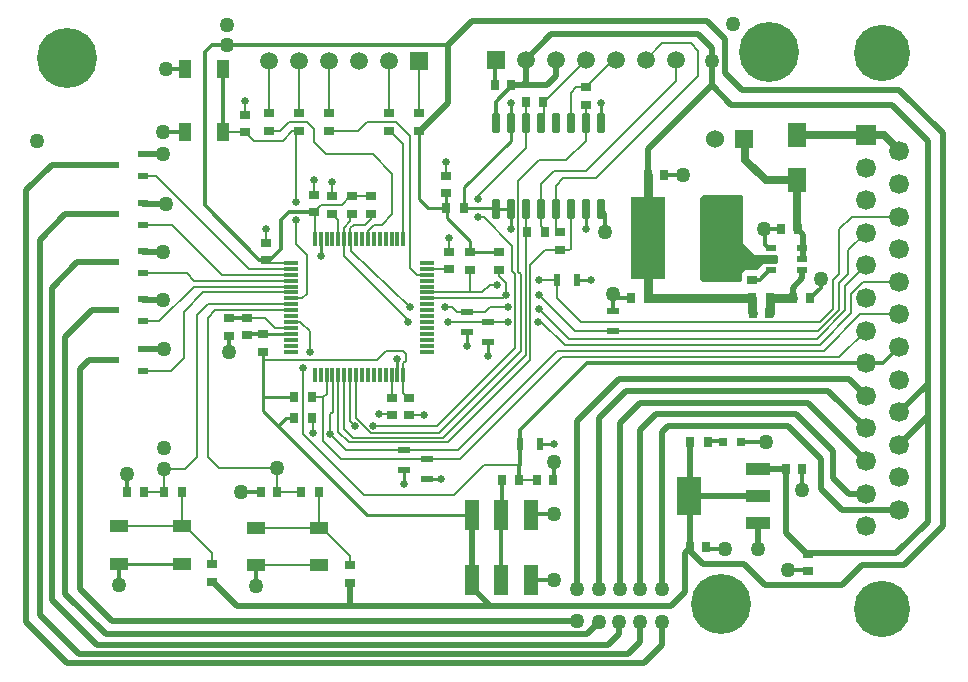
<source format=gtl>
G04*
G04 #@! TF.GenerationSoftware,Altium Limited,Altium Designer,19.1.8 (144)*
G04*
G04 Layer_Physical_Order=1*
G04 Layer_Color=255*
%FSLAX25Y25*%
%MOIN*%
G70*
G01*
G75*
%ADD12C,0.01000*%
%ADD14C,0.00600*%
%ADD45R,0.02284X0.03937*%
%ADD46R,0.03937X0.02284*%
%ADD47R,0.02756X0.03543*%
%ADD48R,0.03543X0.02756*%
G04:AMPARAMS|DCode=49|XSize=23.62mil|YSize=64.96mil|CornerRadius=2.01mil|HoleSize=0mil|Usage=FLASHONLY|Rotation=180.000|XOffset=0mil|YOffset=0mil|HoleType=Round|Shape=RoundedRectangle|*
%AMROUNDEDRECTD49*
21,1,0.02362,0.06095,0,0,180.0*
21,1,0.01961,0.06496,0,0,180.0*
1,1,0.00402,-0.00980,0.03047*
1,1,0.00402,0.00980,0.03047*
1,1,0.00402,0.00980,-0.03047*
1,1,0.00402,-0.00980,-0.03047*
%
%ADD49ROUNDEDRECTD49*%
%ADD50R,0.05906X0.03937*%
%ADD51R,0.03150X0.03543*%
%ADD52R,0.04724X0.09843*%
%ADD53R,0.11811X0.27559*%
%ADD54R,0.03740X0.02165*%
%ADD55R,0.03543X0.03150*%
%ADD56R,0.03150X0.03150*%
%ADD57R,0.08465X0.12795*%
%ADD58R,0.08465X0.03937*%
%ADD59R,0.06496X0.07874*%
%ADD60R,0.03937X0.05906*%
%ADD61R,0.03740X0.02362*%
%ADD62R,0.01200X0.04700*%
%ADD63R,0.04700X0.01200*%
%ADD64C,0.01200*%
%ADD65C,0.00800*%
%ADD66C,0.02000*%
%ADD67C,0.03000*%
%ADD68C,0.02500*%
%ADD69C,0.00700*%
%ADD70C,0.06000*%
%ADD71R,0.06000X0.06000*%
%ADD72C,0.06653*%
%ADD73R,0.06653X0.06653*%
%ADD74C,0.18740*%
%ADD75C,0.05906*%
%ADD76R,0.05906X0.05906*%
%ADD77C,0.02500*%
%ADD78C,0.05000*%
%ADD79C,0.20000*%
G36*
X604500Y296000D02*
Y280500D01*
X608500Y276500D01*
X615500D01*
X616000Y276000D01*
Y274000D01*
X615500Y273500D01*
X611000Y273500D01*
X609000Y271500D01*
X605000Y271500D01*
X604000Y270500D01*
Y268000D01*
X603500Y267500D01*
X591000D01*
X590000Y268500D01*
Y295500D01*
X591000Y296500D01*
X604000D01*
X604500Y296000D01*
D02*
G37*
D12*
X499000Y201807D02*
X503653D01*
X491500Y200153D02*
Y204807D01*
X461039Y289980D02*
X461736D01*
X455047Y222106D02*
Y222500D01*
X452106Y222106D02*
X455047D01*
X479124Y189876D02*
X514014D01*
X449500Y219500D02*
X479124Y189876D01*
X454847Y229000D02*
X455047D01*
X444500D02*
X454847D01*
X536693Y213500D02*
X541347D01*
X496834Y317834D02*
X496894Y317774D01*
X549039Y268000D02*
X553693D01*
X449500Y219500D02*
X452106Y222106D01*
X444500Y224500D02*
X449500Y219500D01*
X444500Y229000D02*
Y241500D01*
Y224500D02*
Y229000D01*
X444500Y229000D01*
X519500Y242653D02*
Y247307D01*
X512500Y246153D02*
Y250807D01*
X505500Y296500D02*
X505547Y296453D01*
Y292000D02*
Y296453D01*
X527000Y320272D02*
Y327000D01*
X527000Y320272D02*
X527000Y320272D01*
X511453Y298953D02*
X527000Y314500D01*
Y320272D01*
X511453Y292000D02*
Y298953D01*
X521728Y292000D02*
X522000Y291728D01*
X511453Y292000D02*
X521728D01*
X505772Y288728D02*
X513500Y281000D01*
X505772Y288728D02*
Y291776D01*
X505547Y292000D02*
X505772Y291776D01*
X499500Y292000D02*
X505547D01*
X496500Y295000D02*
X499500Y292000D01*
X496500Y295000D02*
Y317774D01*
X513500Y277453D02*
Y281000D01*
X527000Y327000D02*
X527000Y327000D01*
X557000Y320272D02*
Y327000D01*
X552000Y285000D02*
Y291728D01*
X513500Y277453D02*
X523000D01*
X444500Y241500D02*
Y244047D01*
X489295Y236362D02*
Y241795D01*
X521319Y292681D02*
X522000Y293362D01*
Y291728D02*
X527000D01*
Y285000D02*
Y291728D01*
X493000Y228756D02*
X493197D01*
X396500Y173500D02*
X417500D01*
X463705Y276205D02*
Y281638D01*
X444689Y250142D02*
X453862D01*
D14*
X466862Y216863D02*
X472225Y211500D01*
X509500D01*
X466862Y223263D02*
X467700Y224100D01*
X466862Y216863D02*
Y223263D01*
X460753Y222200D02*
X461000Y221953D01*
Y217000D02*
Y221953D01*
X508000Y196500D02*
X518000Y206500D01*
X478000Y196500D02*
X508000D01*
X457800Y216700D02*
X478000Y196500D01*
X464500Y229000D02*
X465673Y230173D01*
X464500Y214500D02*
Y229000D01*
Y214500D02*
X470500Y208500D01*
X518000Y206500D02*
X529953D01*
X499000Y208500D02*
X510000D01*
X470500D02*
X499000D01*
X510000D02*
X544000Y242500D01*
X550500Y254000D02*
X630000D01*
X542346Y262154D02*
X550500Y254000D01*
X542346Y262154D02*
Y268000D01*
X630000Y254000D02*
X634500Y258500D01*
X636624Y242500D02*
X645319Y251195D01*
X544000Y242500D02*
X636624D01*
X631500Y244500D02*
X643630Y256630D01*
X542500Y244500D02*
X631500D01*
X509500Y211500D02*
X542500Y244500D01*
X473606Y287606D02*
Y290047D01*
X519500Y254000D02*
X525750D01*
X506000D02*
X519500D01*
X630000Y246500D02*
X640500Y257000D01*
X545000Y246500D02*
X630000D01*
X537250Y254250D02*
X545000Y246500D01*
X629000Y248500D02*
X638500Y258000D01*
X546500Y248500D02*
X629000D01*
X536500Y258500D02*
X546500Y248500D01*
X467700Y224100D02*
Y236304D01*
X467642Y236362D02*
X467700Y236304D01*
X465673Y230173D02*
Y236362D01*
X460953Y229000D02*
X464500D01*
X536500Y268000D02*
X542346D01*
X509000Y257500D02*
X512500D01*
X507500Y259000D02*
X509000Y257500D01*
X505000Y259000D02*
X507500D01*
X518500Y257500D02*
X520000Y259000D01*
X526000D01*
X512500Y257500D02*
X518500D01*
X471579Y275921D02*
X492738Y254762D01*
Y254250D02*
Y254762D01*
X471579Y275921D02*
Y281638D01*
X525750Y254000D02*
X526000Y254250D01*
X516000Y289000D02*
X518000D01*
X527500Y279500D01*
Y271000D02*
Y279500D01*
Y271000D02*
X528500Y270000D01*
Y245500D02*
Y270000D01*
X516000Y295000D02*
Y296000D01*
X532000Y312000D01*
X536062Y254250D02*
X537250D01*
X548387Y251000D02*
X629500D01*
X536387Y263000D02*
X548387Y251000D01*
X525500Y263000D02*
Y267000D01*
X523000Y269500D02*
X525500Y267000D01*
X524453Y261953D02*
X525500Y263000D01*
X499138Y261953D02*
X524453D01*
X542953Y278000D02*
X543250Y278297D01*
X547000Y278500D02*
Y291728D01*
X546547Y278047D02*
X547000Y278500D01*
X543500Y278047D02*
X546547D01*
X537000Y285953D02*
Y291728D01*
Y285953D02*
X538453Y284500D01*
X538500Y278000D02*
X542953D01*
X533500Y273000D02*
X538500Y278000D01*
X532000Y284500D02*
Y291728D01*
X533500Y241500D02*
Y273000D01*
X532047Y320319D02*
Y327500D01*
X532000Y320272D02*
X532047Y320319D01*
X552000Y326547D02*
X552000Y326547D01*
X552000Y320272D02*
Y326547D01*
X529600Y270900D02*
Y301100D01*
Y270900D02*
X530500Y270000D01*
Y244500D02*
Y270000D01*
X503000Y217000D02*
X530500Y244500D01*
X502500Y219500D02*
X528500Y245500D01*
X552000Y314500D02*
Y320272D01*
X529600Y301100D02*
X536500Y308000D01*
X457800Y216700D02*
Y238800D01*
X636500Y270000D02*
Y285000D01*
X634500Y268000D02*
X636500Y270000D01*
X634500Y258500D02*
Y268000D01*
X636500Y285000D02*
X640740Y289240D01*
X656500D01*
X636500Y267000D02*
X639500Y270000D01*
X636500Y258000D02*
Y267000D01*
X629500Y251000D02*
X636500Y258000D01*
X639500Y277986D02*
X645319Y283805D01*
X639500Y270000D02*
Y277986D01*
X640500Y257000D02*
Y263500D01*
X638500Y258000D02*
Y266116D01*
X645319Y272935D01*
X640500Y263500D02*
X644500Y267500D01*
X656500D01*
X643630Y256630D02*
X656500D01*
X523000Y269500D02*
Y271547D01*
X471500Y285500D02*
X473606Y287606D01*
X471500Y281716D02*
Y285500D01*
X480500Y288500D02*
Y290047D01*
X478500Y286500D02*
X480500Y288500D01*
X474734Y286500D02*
X478500D01*
X473547Y285314D02*
X474734Y286500D01*
X473547Y281638D02*
Y285314D01*
X471500Y281716D02*
X471579Y281638D01*
X473606Y290047D02*
X474000D01*
X473547Y281638D02*
X473647Y277835D01*
X481500Y286500D02*
X484000D01*
X479500Y284500D02*
X481500Y286500D01*
X479500Y281685D02*
Y284500D01*
X479453Y281638D02*
X479500Y281685D01*
X484000Y286500D02*
X487500Y290000D01*
Y303500D01*
X481000Y310000D02*
X487500Y303500D01*
X465500Y310000D02*
X481000D01*
X461500Y314000D02*
X465500Y310000D01*
X461500Y314000D02*
Y318500D01*
X459274Y320726D02*
X461500Y318500D01*
X456921Y254079D02*
X460000Y251000D01*
Y244000D02*
Y251000D01*
X481000Y219500D02*
X502500D01*
X480500Y217000D02*
X503000D01*
X475516Y221984D02*
X480500Y217000D01*
X475516Y221984D02*
Y236362D01*
X473547Y220953D02*
X475000Y219500D01*
X473547Y220953D02*
Y236362D01*
X506000Y214000D02*
X533500Y241500D01*
X532000Y243000D02*
Y284500D01*
X504500Y215500D02*
X532000Y243000D01*
X520000Y266500D02*
X522500D01*
X517421Y263921D02*
X520000Y266500D01*
X513500Y263921D02*
X517421D01*
X499138D02*
X513500D01*
X513500Y271547D02*
X513500Y271547D01*
Y263921D02*
Y271547D01*
X474500Y215500D02*
X504500D01*
X473000Y214000D02*
X506000D01*
X469610Y217390D02*
X473000Y214000D01*
X469610Y217390D02*
Y236362D01*
X532000Y312000D02*
Y320272D01*
X493500Y272000D02*
Y316000D01*
Y272000D02*
X495673Y269827D01*
X488726Y320774D02*
X493500Y316000D01*
X491264Y281638D02*
Y313451D01*
X486894Y317821D02*
X491264Y313451D01*
X476132Y317774D02*
X479132Y320774D01*
X466500Y317774D02*
X476132D01*
X545500Y308000D02*
X552000Y314500D01*
X536500Y308000D02*
X545500D01*
X471579Y218421D02*
X474500Y215500D01*
X471579Y218421D02*
Y236362D01*
X453226Y320726D02*
X459274D01*
X450274Y317774D02*
X453226Y320726D01*
X446500Y317774D02*
X450274D01*
X473647Y277835D02*
X493500Y259000D01*
X479132Y320774D02*
X488726D01*
X495673Y269827D02*
X499138D01*
X453862Y254079D02*
X456921D01*
X486500Y317821D02*
X486894D01*
D45*
X549039Y268000D02*
D03*
X542346D02*
D03*
X536693Y213500D02*
D03*
X530000D02*
D03*
D46*
X561000Y257693D02*
D03*
Y251000D02*
D03*
X512500Y250807D02*
D03*
Y257500D02*
D03*
X519500Y247307D02*
D03*
Y254000D02*
D03*
X499000Y201807D02*
D03*
Y208500D02*
D03*
X491500Y204807D02*
D03*
Y211500D02*
D03*
D47*
X460753Y229000D02*
D03*
X454847D02*
D03*
X460753Y222200D02*
D03*
X454847D02*
D03*
X511453Y292000D02*
D03*
X505547D02*
D03*
X529953Y201500D02*
D03*
X524047D02*
D03*
X626953Y262000D02*
D03*
X621047D02*
D03*
X613406Y262000D02*
D03*
X607500D02*
D03*
X417453Y197500D02*
D03*
X411547D02*
D03*
X463000Y197500D02*
D03*
X457094D02*
D03*
X537953Y327500D02*
D03*
X532047D02*
D03*
X586760Y214122D02*
D03*
X592665D02*
D03*
X532547Y284000D02*
D03*
X538453D02*
D03*
D48*
X552000Y326547D02*
D03*
Y332453D02*
D03*
X496500Y317774D02*
D03*
Y323679D02*
D03*
X486500Y317821D02*
D03*
Y323726D02*
D03*
X466500Y317774D02*
D03*
Y323679D02*
D03*
X456500Y317774D02*
D03*
Y323679D02*
D03*
X446500Y317774D02*
D03*
Y323679D02*
D03*
X543500Y278047D02*
D03*
Y283953D02*
D03*
X473500Y167047D02*
D03*
Y172953D02*
D03*
X427500Y167547D02*
D03*
Y173453D02*
D03*
X467500Y290047D02*
D03*
Y295953D02*
D03*
X444500Y249953D02*
D03*
Y244047D02*
D03*
X433000Y255453D02*
D03*
Y249547D02*
D03*
X480500Y295953D02*
D03*
Y290047D02*
D03*
X523000Y277453D02*
D03*
Y271547D02*
D03*
X474000Y295953D02*
D03*
Y290047D02*
D03*
X513500Y277453D02*
D03*
Y271547D02*
D03*
D49*
X522000Y291728D02*
D03*
X527000D02*
D03*
X532000D02*
D03*
X537000D02*
D03*
X542000D02*
D03*
X547000D02*
D03*
X552000D02*
D03*
X557000D02*
D03*
X522000Y320272D02*
D03*
X527000D02*
D03*
X532000D02*
D03*
X537000D02*
D03*
X542000D02*
D03*
X547000D02*
D03*
X552000D02*
D03*
X557000D02*
D03*
D50*
X442047Y185500D02*
D03*
X463047D02*
D03*
Y173000D02*
D03*
X442047D02*
D03*
X396500Y186000D02*
D03*
X417500D02*
D03*
Y173500D02*
D03*
X396500D02*
D03*
D51*
X535744Y201500D02*
D03*
X541256D02*
D03*
X567244Y262000D02*
D03*
X572756D02*
D03*
X607744Y257000D02*
D03*
X613256D02*
D03*
X404756Y197500D02*
D03*
X399244D02*
D03*
X622756Y285000D02*
D03*
X617244D02*
D03*
X449303Y197500D02*
D03*
X443791D02*
D03*
X572744Y303000D02*
D03*
X578256D02*
D03*
X521744Y333000D02*
D03*
X527256D02*
D03*
X592256Y179000D02*
D03*
X586744D02*
D03*
X624256Y205000D02*
D03*
X618744D02*
D03*
D52*
X523856Y189876D02*
D03*
X533699D02*
D03*
X514014D02*
D03*
Y168222D02*
D03*
X533699D02*
D03*
X523856D02*
D03*
D53*
X597205Y282000D02*
D03*
X572795D02*
D03*
D54*
X624217Y271260D02*
D03*
Y275000D02*
D03*
Y278740D02*
D03*
X613784D02*
D03*
Y275000D02*
D03*
Y271260D02*
D03*
D55*
X506500Y271744D02*
D03*
Y277256D02*
D03*
X445500Y274744D02*
D03*
Y280256D02*
D03*
X505500Y297244D02*
D03*
Y302756D02*
D03*
X438500Y317488D02*
D03*
Y323000D02*
D03*
X439000Y249744D02*
D03*
Y255256D02*
D03*
X626000Y176756D02*
D03*
Y171244D02*
D03*
X461500Y290744D02*
D03*
Y296256D02*
D03*
X487500Y228756D02*
D03*
Y223244D02*
D03*
X493000Y228756D02*
D03*
Y223244D02*
D03*
X607500Y273756D02*
D03*
Y268244D02*
D03*
D56*
X603666Y214122D02*
D03*
X597760D02*
D03*
D57*
X586484Y196000D02*
D03*
D58*
X609516Y205055D02*
D03*
Y196000D02*
D03*
Y186945D02*
D03*
D59*
X622500Y301520D02*
D03*
Y316480D02*
D03*
D60*
X418500Y317500D02*
D03*
Y338500D02*
D03*
X431000D02*
D03*
Y317500D02*
D03*
D61*
X394677Y306500D02*
D03*
X404323Y310240D02*
D03*
Y302760D02*
D03*
X394677Y290000D02*
D03*
X404323Y293740D02*
D03*
Y286260D02*
D03*
X394677Y274000D02*
D03*
X404323Y277740D02*
D03*
Y270260D02*
D03*
X394677Y258000D02*
D03*
X404323Y261740D02*
D03*
Y254260D02*
D03*
X394677Y241500D02*
D03*
X404323Y245240D02*
D03*
Y237760D02*
D03*
D62*
X461736Y281638D02*
D03*
X463705D02*
D03*
X465673D02*
D03*
X467642D02*
D03*
X469610D02*
D03*
X471579D02*
D03*
X473547D02*
D03*
X475516D02*
D03*
X477484D02*
D03*
X479453D02*
D03*
X481421D02*
D03*
X483390D02*
D03*
X485358D02*
D03*
X487327D02*
D03*
X489295D02*
D03*
X491264D02*
D03*
Y236362D02*
D03*
X489295D02*
D03*
X487327D02*
D03*
X485358D02*
D03*
X483390D02*
D03*
X481421D02*
D03*
X479453D02*
D03*
X477484D02*
D03*
X475516D02*
D03*
X473547D02*
D03*
X471579D02*
D03*
X469610D02*
D03*
X467642D02*
D03*
X465673D02*
D03*
X463705D02*
D03*
X461736D02*
D03*
D63*
X499138Y273764D02*
D03*
Y271795D02*
D03*
Y269827D02*
D03*
Y267858D02*
D03*
Y265890D02*
D03*
Y263921D02*
D03*
Y261953D02*
D03*
Y259984D02*
D03*
Y258016D02*
D03*
Y256047D02*
D03*
Y254079D02*
D03*
Y252110D02*
D03*
Y250142D02*
D03*
Y248173D02*
D03*
Y246205D02*
D03*
Y244236D02*
D03*
X453862D02*
D03*
Y246205D02*
D03*
Y248173D02*
D03*
Y250142D02*
D03*
Y252110D02*
D03*
Y254079D02*
D03*
Y256047D02*
D03*
Y258016D02*
D03*
Y259984D02*
D03*
Y261953D02*
D03*
Y263921D02*
D03*
Y265890D02*
D03*
Y267858D02*
D03*
Y269827D02*
D03*
Y271795D02*
D03*
Y273764D02*
D03*
D64*
X530000Y213500D02*
Y218000D01*
Y206500D02*
Y213500D01*
Y218000D02*
X552325Y240325D01*
X529953Y201500D02*
Y206500D01*
X411000Y317500D02*
X418500D01*
X562500Y262000D02*
X567244D01*
X561000Y263500D02*
X562500Y262000D01*
X561000Y257693D02*
Y263500D01*
X552325Y240325D02*
X645319D01*
X522000Y320853D02*
X522581Y320272D01*
X432500Y346500D02*
X506000Y346500D01*
X427500Y346500D02*
X432500D01*
X425000Y344000D02*
X427500Y346500D01*
X558500Y284000D02*
Y290228D01*
X557000Y291728D02*
X558500Y290228D01*
X522000Y327547D02*
X527256Y332803D01*
X522000Y320853D02*
Y327547D01*
X446744Y274744D02*
X450500Y278500D01*
X445500Y274744D02*
X446744D01*
X443256D02*
X445500D01*
X425000Y293000D02*
X443256Y274744D01*
X425000Y293000D02*
Y344000D01*
X453244Y290744D02*
X461500D01*
X450500Y288000D02*
X453244Y290744D01*
X651065Y240325D02*
X656500Y245760D01*
X645319Y240325D02*
X651065D01*
X624000Y198000D02*
Y204744D01*
X624256Y205000D01*
X541500Y201744D02*
Y207500D01*
X541256Y201500D02*
X541500Y201744D01*
X592476Y214311D02*
X597571D01*
X619500Y171500D02*
X625744D01*
X626000Y171244D01*
X399000Y197744D02*
Y203500D01*
Y197744D02*
X399244Y197500D01*
X399244Y197500D01*
X630500Y265547D02*
Y268500D01*
X626953Y262000D02*
X630500Y265547D01*
X609980Y268244D02*
X612996Y271260D01*
X607500Y268244D02*
X609980D01*
X612996Y271260D02*
X613784D01*
X611824Y279913D02*
Y284676D01*
X611500Y285000D02*
X611824Y284676D01*
Y279913D02*
X612996Y278740D01*
X613784D01*
X617244Y285000D02*
X617244Y285000D01*
X611500Y285000D02*
X617244D01*
X521744Y333000D02*
Y341244D01*
X557000Y291728D02*
X557000Y291728D01*
X592256Y178500D02*
X598500D01*
X450500Y278500D02*
Y288000D01*
X437000Y197500D02*
X443791D01*
X496500Y317774D02*
X496894D01*
X527256Y332803D02*
Y333000D01*
X442047Y166000D02*
Y173000D01*
X396500Y166500D02*
Y173500D01*
X441500Y172453D02*
X442047Y173000D01*
X578256Y303000D02*
X584500D01*
X603666Y214122D02*
X610712D01*
X603666Y214122D02*
X603666Y214122D01*
X603666Y214122D02*
X603787Y214244D01*
X609500Y186929D02*
X609516Y186945D01*
X524047Y190067D02*
Y201500D01*
X523856Y189876D02*
X524047Y190067D01*
X523856Y168222D02*
Y189876D01*
X533699Y168222D02*
X541376D01*
X533823Y190000D02*
X541500D01*
X533699Y189876D02*
X533823Y190000D01*
X412000Y338500D02*
X418500D01*
X431000Y317500D02*
Y338500D01*
X433000Y244000D02*
Y249547D01*
Y244000D02*
X433000Y244000D01*
X433000Y255453D02*
X433030Y255482D01*
X438971D01*
X439000Y255512D01*
Y250000D02*
X439024Y249976D01*
X444476D01*
X444500Y249953D01*
D65*
X445500Y273744D02*
X453842D01*
X461500Y295756D02*
Y301500D01*
X428516Y258016D02*
X453862D01*
X426016Y255516D02*
X428516Y258016D01*
X426016Y208984D02*
Y255516D01*
X425984Y259984D02*
X453862D01*
X422500Y256500D02*
X425984Y259984D01*
X422500Y209000D02*
Y256500D01*
X429697Y205303D02*
X449303D01*
X426016Y208984D02*
X429697Y205303D01*
X418453Y204953D02*
X422500Y209000D01*
X411547Y204953D02*
X418453D01*
X411547Y197500D02*
Y204953D01*
X493244Y223000D02*
X498000D01*
X493000Y223244D02*
X493244Y223000D01*
X538000Y321272D02*
Y327500D01*
X537000Y320272D02*
X538000Y321272D01*
Y327500D02*
X552000Y341500D01*
X582000Y334500D02*
Y341500D01*
X552000Y304500D02*
X582000Y334500D01*
X541500Y304500D02*
X552000D01*
X537000Y300000D02*
X541500Y304500D01*
X537000Y291728D02*
Y300000D01*
X544500Y302000D02*
X555517D01*
X542000Y291728D02*
Y299500D01*
X543106Y283953D02*
X543500D01*
X542228Y284831D02*
X543106Y283953D01*
X542228Y284831D02*
Y291500D01*
X542000Y291728D02*
X542228Y291500D01*
X555517Y302000D02*
X589500Y335983D01*
X548953Y332453D02*
X552000D01*
X547000Y330500D02*
X548953Y332453D01*
X547000Y320272D02*
Y330500D01*
X552000Y332453D02*
X561047Y341500D01*
X562000D01*
X449303Y197500D02*
Y205303D01*
X453842Y273744D02*
X453862Y273764D01*
X424421Y263921D02*
X453862D01*
X418000Y257500D02*
X424421Y263921D01*
X418000Y242000D02*
Y257500D01*
X421642Y267858D02*
X453862D01*
X419240Y270260D02*
X421642Y267858D01*
X404323Y270260D02*
X419240D01*
X430800Y269700D02*
X453735D01*
X414240Y286260D02*
X430800Y269700D01*
X404323Y286260D02*
X414240D01*
X439705Y271795D02*
X453862D01*
X408740Y302760D02*
X439705Y271795D01*
X404323Y302760D02*
X408740D01*
X461500Y290744D02*
X463756Y293000D01*
X474000Y295953D02*
X480500D01*
X470653Y293000D02*
X473606Y295953D01*
X474000D01*
X463756Y293000D02*
X470653D01*
X454274Y317774D02*
X456478D01*
X455500Y294000D02*
Y316796D01*
X456478Y317774D01*
X456500D01*
X455500Y280000D02*
Y288000D01*
Y280000D02*
X459000Y276500D01*
X413760Y237760D02*
X418000Y242000D01*
X404323Y237760D02*
X413760D01*
X467610Y289937D02*
X469610Y287937D01*
X491000Y244500D02*
X492000Y243500D01*
Y241000D02*
Y243500D01*
X491264Y240264D02*
X492000Y241000D01*
X482500Y241500D02*
X485500Y244500D01*
X444500Y241500D02*
X482500D01*
X485500Y244500D02*
X491000D01*
X491264Y236362D02*
Y240264D01*
X589500Y335983D02*
Y344500D01*
X483000Y223500D02*
X487244D01*
X487500Y223244D01*
X431000Y317500D02*
X438488D01*
X506500Y271744D02*
X507500D01*
X506449Y271795D02*
X506500Y271744D01*
X499138Y271795D02*
X506449D01*
X466500Y323679D02*
Y341226D01*
Y323679D02*
Y323679D01*
X459000Y263500D02*
Y276500D01*
X421390Y265890D02*
X453862D01*
X409760Y254260D02*
X421390Y265890D01*
X404323Y254260D02*
X409760D01*
X445500Y280256D02*
Y285000D01*
X505500Y302756D02*
Y307500D01*
X572000Y341500D02*
X577500Y347000D01*
X587000D01*
X589500Y344500D01*
X542000Y299500D02*
X544500Y302000D01*
X441488Y314500D02*
X451000D01*
X438500Y317488D02*
X441488Y314500D01*
X457094Y197500D02*
X457500Y197906D01*
X439000Y255512D02*
X444988D01*
X448390Y252110D02*
X453862D01*
X444988Y255512D02*
X448390Y252110D01*
X453735Y269700D02*
X453862Y269827D01*
X451000Y314500D02*
X454274Y317774D01*
X438488Y317500D02*
X438500Y317488D01*
X457453Y261953D02*
X459000Y263500D01*
X453862Y261953D02*
X457453D01*
X449303Y197500D02*
X457094D01*
X463047Y185500D02*
Y197453D01*
X442047Y185500D02*
X463047D01*
X442047Y173000D02*
X463047D01*
X404756Y197500D02*
X411547D01*
X417500Y186000D02*
Y197453D01*
X396500Y186000D02*
X417500D01*
X469610Y281638D02*
Y287937D01*
X461736Y281638D02*
Y289980D01*
X491264Y230295D02*
X492803Y228756D01*
X491264Y230295D02*
Y236362D01*
X487327Y228929D02*
Y236362D01*
X506500Y277256D02*
Y282000D01*
X467500Y295953D02*
Y300697D01*
X438500Y323000D02*
Y327744D01*
Y323000D02*
X438500Y323000D01*
X444500Y249953D02*
X444689Y250142D01*
X496500Y341226D02*
X496500Y341226D01*
Y323679D02*
Y341226D01*
X486500Y323726D02*
Y341226D01*
X466500Y323679D02*
X466500Y323679D01*
X456500Y323679D02*
Y341226D01*
Y323679D02*
X456500Y323679D01*
X446500Y323679D02*
Y341226D01*
Y323679D02*
X446500Y323679D01*
D66*
X496834Y317834D02*
X506000Y327000D01*
Y346500D01*
X585000Y177059D02*
X586744Y178803D01*
X461500Y159500D02*
X520177D01*
X594000Y341000D02*
Y345500D01*
Y333000D02*
Y341000D01*
X625500Y177000D02*
X655500D01*
X589500Y350000D02*
X594000Y345500D01*
X540500Y350000D02*
X589500D01*
X532000Y341500D02*
X540500Y350000D01*
X506000Y346500D02*
X514000Y354500D01*
X592328D01*
X598500Y348328D01*
Y337000D02*
Y348328D01*
X461500Y159500D02*
X461500Y159500D01*
X435744Y159500D02*
X461500D01*
X374000Y306500D02*
X394677D01*
X365500Y298000D02*
X374000Y306500D01*
X365500Y298000D02*
X365500Y154000D01*
X379000Y140500D01*
X571500D01*
X383000Y143500D02*
X566000D01*
X370000Y156500D02*
X383000Y143500D01*
X370000Y156500D02*
Y281500D01*
X378500Y290000D01*
X394677D01*
X382500Y274000D02*
X394677D01*
X374000Y265500D02*
X382500Y274000D01*
X374000Y161500D02*
Y265500D01*
X389000Y146500D02*
X559500D01*
X374000Y161500D02*
X389000Y146500D01*
X378500Y249000D02*
X387500Y258000D01*
X378500Y163500D02*
Y249000D01*
Y163500D02*
X392000Y150000D01*
X552500D01*
X387500Y258000D02*
X394677D01*
X383500Y238500D02*
X386500Y241500D01*
X383500Y165000D02*
Y238500D01*
Y165000D02*
X394000Y154500D01*
X549000D01*
X531000Y333000D02*
X539000D01*
X386500Y241500D02*
X394677D01*
X639774Y235000D02*
X645319Y229455D01*
X563000Y235000D02*
X639774D01*
X632903Y231000D02*
X645319Y218585D01*
X565500Y231000D02*
X632903D01*
X556500Y222000D02*
X565500Y231000D01*
X626033Y227000D02*
X645319Y207715D01*
X570000Y227000D02*
X626033D01*
X563500Y220500D02*
X570000Y227000D01*
X622000Y223500D02*
X634500Y211000D01*
X575500Y223500D02*
X622000D01*
X570000Y218000D02*
X575500Y223500D01*
X619500Y219500D02*
X630500Y208500D01*
X579500Y219500D02*
X619500D01*
X577500Y217500D02*
X579500Y219500D01*
X563500Y165000D02*
Y220500D01*
X570000Y165000D02*
Y218000D01*
X577500Y165000D02*
Y217500D01*
X586760Y196276D02*
Y214122D01*
X639655Y196844D02*
X645319D01*
X634500Y202000D02*
X639655Y196844D01*
X634500Y202000D02*
Y211000D01*
X630500Y198500D02*
Y208500D01*
Y198500D02*
X637500Y191500D01*
X656409D01*
X656500Y191409D01*
X549000Y221000D02*
X563000Y235000D01*
X549000Y165000D02*
Y221000D01*
X556500Y165000D02*
Y222000D01*
X600500Y326500D02*
X654000D01*
X594000Y333000D02*
X600500Y326500D01*
X572744Y311744D02*
X594000Y333000D01*
X572744Y303000D02*
Y311744D01*
X624512Y275000D02*
Y283244D01*
X473500Y159500D02*
Y167047D01*
X427697Y167547D02*
X427894D01*
X427500D02*
X427697D01*
X435744Y159500D01*
X654000Y326500D02*
X666000Y314500D01*
X656500Y331500D02*
X671000Y317000D01*
X604000Y331500D02*
X656500D01*
X598500Y337000D02*
X604000Y331500D01*
X586484Y196000D02*
X586760Y196276D01*
X586484Y196000D02*
X586744Y195740D01*
Y179000D02*
Y195740D01*
Y178803D02*
Y179000D01*
X586484Y196000D02*
X609516D01*
X586744Y177756D02*
Y178803D01*
X591000Y173500D02*
X604774D01*
X586744Y177756D02*
X591000Y173500D01*
X604774D02*
X611774Y166500D01*
X585000Y164000D02*
Y177059D01*
X580500Y159500D02*
X585000Y164000D01*
X618744Y183756D02*
X625500Y177000D01*
X618744Y183756D02*
Y205000D01*
X552500Y150000D02*
X556500Y154000D01*
X571500Y140500D02*
X577500Y146500D01*
X566000Y143500D02*
X570000Y147500D01*
X559500Y146500D02*
X563250Y150250D01*
Y154000D01*
X570000Y147500D02*
Y154000D01*
X577500Y146500D02*
Y154000D01*
X520177Y159500D02*
X580500D01*
X592476Y214311D02*
X592665Y214122D01*
X671000Y186000D02*
Y317000D01*
X658000Y173000D02*
X671000Y186000D01*
X644000Y173000D02*
X658000D01*
X637500Y166500D02*
X644000Y173000D01*
X611774Y166500D02*
X637500D01*
X666000Y233520D02*
Y314500D01*
X655500Y177000D02*
X666000Y187500D01*
X514014Y165663D02*
X520177Y159500D01*
X609516Y205055D02*
X609543Y205028D01*
X618716D01*
X618744Y205000D01*
X666000Y187500D02*
Y222650D01*
X656500Y213150D02*
X666000Y222650D01*
Y233520D01*
X656500Y224020D02*
X666000Y233520D01*
X624217Y268717D02*
Y271260D01*
X621047Y265547D02*
X624217Y268717D01*
X621047Y262000D02*
Y265547D01*
X622756Y285000D02*
X624512Y283244D01*
X404563Y245000D02*
X411500D01*
X404323Y245240D02*
X404563Y245000D01*
Y261500D02*
X411000D01*
X404323Y261740D02*
X404563Y261500D01*
Y277500D02*
X411000D01*
X404323Y277740D02*
X404563Y277500D01*
Y293500D02*
X412000D01*
X404323Y293740D02*
X404563Y293500D01*
Y310000D02*
X411000D01*
X404323Y310240D02*
X404563Y310000D01*
X473500Y167047D02*
X473894D01*
X514014Y165663D02*
Y168222D01*
Y189876D01*
X532000Y334000D02*
Y341500D01*
X531000Y333000D02*
X532000Y334000D01*
X527256Y333000D02*
X531000D01*
X542000Y336000D02*
Y341500D01*
X539000Y333000D02*
X542000Y336000D01*
X597571Y214311D02*
X597760Y214122D01*
X592665Y214122D02*
X592665Y214122D01*
X609500Y178500D02*
Y186929D01*
D67*
X572795Y262000D02*
Y282000D01*
X613331Y261925D02*
X613406Y262000D01*
X607500D02*
X607622Y261878D01*
X607744Y257000D02*
Y257197D01*
X607622Y257319D02*
X607744Y257197D01*
X613256Y257000D02*
X613331Y257075D01*
Y261500D01*
X607622Y257319D02*
Y261878D01*
X613331Y261500D02*
Y261925D01*
X572744Y282051D02*
Y303000D01*
Y282051D02*
X572795Y282000D01*
X613406Y262000D02*
X621047D01*
X613406Y262000D02*
X613406Y262000D01*
X572756Y262000D02*
X607500D01*
D68*
X622628Y285128D02*
Y301392D01*
X622500Y301520D02*
X622628Y301392D01*
X605250Y308250D02*
X611980Y301520D01*
X605250Y308250D02*
Y314593D01*
X604843Y315000D02*
X605250Y314593D01*
X611980Y301520D02*
X622500D01*
X622628Y285128D02*
X622756Y285000D01*
X622500Y316480D02*
X622565Y316415D01*
X645319D01*
X645403Y316500D02*
X651500D01*
X645319Y316415D02*
X645403Y316500D01*
X651500D02*
X656500Y311500D01*
Y310980D02*
Y311500D01*
D69*
X530346Y201500D02*
X535744D01*
X464032Y185500D02*
X473500Y176031D01*
Y172953D02*
Y176031D01*
X463047Y185500D02*
X464032D01*
X427500Y173453D02*
Y176984D01*
X418484Y186000D02*
X427500Y176984D01*
X417500Y186000D02*
X418484D01*
X463000Y197500D02*
X463047Y197453D01*
X417453Y197500D02*
X417500Y197453D01*
X535744Y201500D02*
X535744Y201500D01*
X467500Y290047D02*
X467610Y289937D01*
X492803Y228756D02*
X493000D01*
X487327Y228929D02*
X487500Y228756D01*
D70*
X595000Y315000D02*
D03*
D71*
X604843D02*
D03*
D72*
X645319Y185974D02*
D03*
X656500Y191409D02*
D03*
X645319Y196844D02*
D03*
X656500Y202279D02*
D03*
X645319Y207715D02*
D03*
X656500Y213150D02*
D03*
X645319Y218585D02*
D03*
X656500Y224020D02*
D03*
X645319Y229455D02*
D03*
X656500Y234890D02*
D03*
X645319Y240325D02*
D03*
X656500Y245760D02*
D03*
X645319Y251195D02*
D03*
X656500Y256630D02*
D03*
X645319Y262065D02*
D03*
X656500Y267500D02*
D03*
X645319Y272935D02*
D03*
X656500Y278370D02*
D03*
X645319Y283805D02*
D03*
X656500Y289240D02*
D03*
X645319Y294675D02*
D03*
X656500Y300110D02*
D03*
X645319Y305545D02*
D03*
X656500Y310980D02*
D03*
D73*
X645319Y316415D02*
D03*
D74*
X650910Y343817D02*
D03*
Y158573D02*
D03*
D75*
X542000Y341500D02*
D03*
X532000D02*
D03*
X552000D02*
D03*
X562000D02*
D03*
X572000D02*
D03*
X582000D02*
D03*
X446500Y341226D02*
D03*
X456500D02*
D03*
X466500D02*
D03*
X476500D02*
D03*
X486500D02*
D03*
D76*
X522000Y341500D02*
D03*
X496500Y341226D02*
D03*
D77*
X466862Y216863D02*
D03*
X461000Y217000D02*
D03*
X503653Y201807D02*
D03*
X491500Y200153D02*
D03*
X541347Y213500D02*
D03*
X553693Y268000D02*
D03*
X536500D02*
D03*
X505000Y259000D02*
D03*
X519500Y242653D02*
D03*
X512500Y246153D02*
D03*
X492738Y254250D02*
D03*
X506000Y254000D02*
D03*
X516000Y289000D02*
D03*
Y295000D02*
D03*
X536500Y258500D02*
D03*
X526000Y259000D02*
D03*
X536062Y254250D02*
D03*
X526000D02*
D03*
X536387Y263000D02*
D03*
X525500D02*
D03*
X498000Y223000D02*
D03*
X527000Y327000D02*
D03*
X557000D02*
D03*
X552000Y285000D02*
D03*
X455500Y294000D02*
D03*
Y288000D02*
D03*
X457800Y238800D02*
D03*
X460000Y244000D02*
D03*
X489295Y241795D02*
D03*
X481000Y219500D02*
D03*
X475000D02*
D03*
X483000Y223500D02*
D03*
X522500Y266500D02*
D03*
X461500Y301500D02*
D03*
X527000Y285000D02*
D03*
X445500Y285000D02*
D03*
X505500Y307500D02*
D03*
X493500Y259000D02*
D03*
X463705Y276205D02*
D03*
X506500Y282000D02*
D03*
X467500Y300697D02*
D03*
X438500Y327744D02*
D03*
D78*
X411000Y317500D02*
D03*
X561000Y263500D02*
D03*
X601000Y353500D02*
D03*
X432500Y353000D02*
D03*
Y346500D02*
D03*
X594000Y341000D02*
D03*
X411547Y204953D02*
D03*
X399000Y203500D02*
D03*
X558500Y284000D02*
D03*
X449303Y205303D02*
D03*
X624000Y198000D02*
D03*
X541500Y207500D02*
D03*
X549000Y165000D02*
D03*
Y154500D02*
D03*
X556500Y165000D02*
D03*
Y154000D02*
D03*
X563500Y165000D02*
D03*
X563250Y154000D02*
D03*
X570000Y165000D02*
D03*
Y154000D02*
D03*
X577500D02*
D03*
Y165000D02*
D03*
X612213Y214122D02*
D03*
X619500Y171500D02*
D03*
X630500Y268500D02*
D03*
X611500Y285000D02*
D03*
X598500Y178500D02*
D03*
X369000Y314500D02*
D03*
X411500Y212000D02*
D03*
Y245000D02*
D03*
X411000Y261500D02*
D03*
Y277500D02*
D03*
X412000Y293500D02*
D03*
X411000Y310000D02*
D03*
X437000Y197500D02*
D03*
X442047Y166000D02*
D03*
X396500Y166500D02*
D03*
X584500Y303000D02*
D03*
X609500Y178500D02*
D03*
X541376Y168222D02*
D03*
X541500Y190000D02*
D03*
X412000Y338500D02*
D03*
X433000Y244000D02*
D03*
D79*
X379000Y342000D02*
D03*
X613000Y344000D02*
D03*
X597000Y160000D02*
D03*
M02*

</source>
